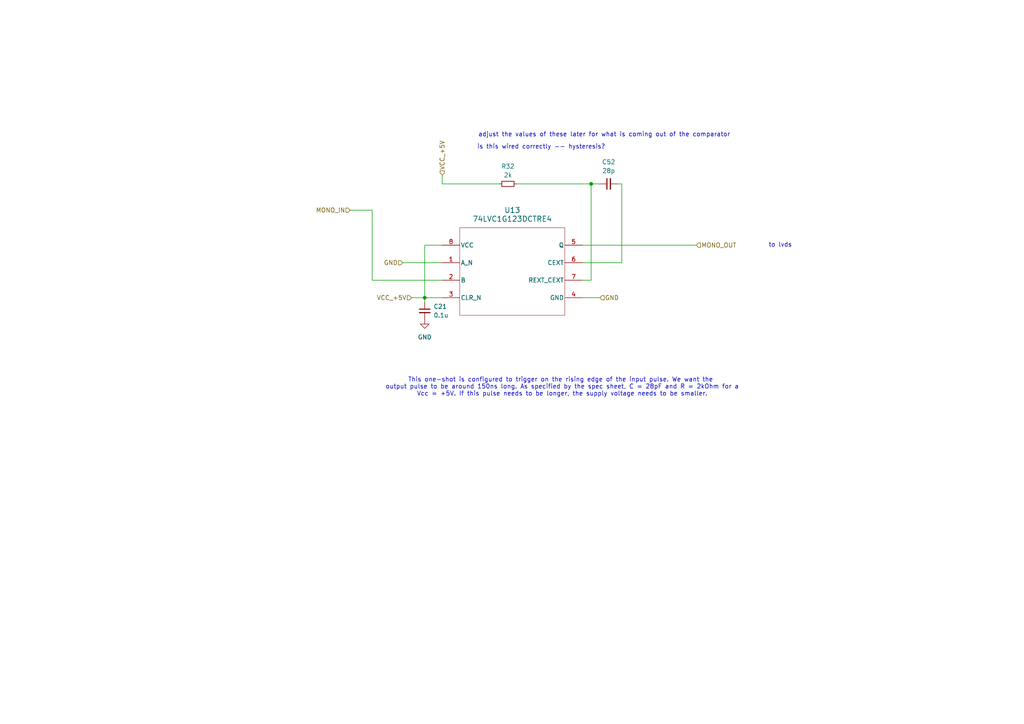
<source format=kicad_sch>
(kicad_sch (version 20250114) (generator "eeschema") (generator_version "9.0")
  (paper "A4")
  (lib_symbols
    (symbol "2025-07-22_22-04-26:74LVC1G123DCTRE4" (pin_names (offset 0.254))
      (property "Reference" "U" (at 0 2.54 0))
      (property "Value" "74LVC1G123DCTRE4" (at 0 0 0))
      (symbol "74LVC1G123DCTRE4_0_1"
        (polyline (pts (xy -15.24 12.7) (xy -15.24 -12.7)) (stroke (width 0.1016)))
        (polyline (pts (xy -15.24 -12.7) (xy 15.24 -12.7)) (stroke (width 0.1016)))
        (polyline (pts (xy 15.24 12.7) (xy -15.24 12.7)) (stroke (width 0.1016)))
        (polyline (pts (xy 15.24 -12.7) (xy 15.24 12.7)) (stroke (width 0.1016)))
        (pin power_in line (at -20.32 7.62 0) (length 5.08) (name "VCC") (number "8"))
        (pin input line (at -20.32 2.54 0) (length 5.08) (name "A_N") (number "1"))
        (pin input line (at -20.32 -2.54 0) (length 5.08) (name "B") (number "2"))
        (pin input line (at -20.32 -7.62 0) (length 5.08) (name "CLR_N") (number "3"))
        (pin output line (at 20.32 7.62 180) (length 5.08) (name "Q") (number "5"))
        (pin unspecified line (at 20.32 2.54 180) (length 5.08) (name "CEXT") (number "6"))
        (pin unspecified line (at 20.32 -2.54 180) (length 5.08) (name "REXT_CEXT") (number "7"))
        (pin power_in line (at 20.32 -7.62 180) (length 5.08) (name "GND") (number "4"))
      )
    )
    (symbol "Device:C_Small" (pin_numbers (hide yes)) (pin_names (offset 0.254) (hide yes))
      (property "Reference" "C" (at 0.254 1.778 0))
      (property "Value" "C_Small" (at 0.254 -2.032 0))
      (symbol "C_Small_0_1"
        (polyline (pts (xy -1.524 0.508) (xy 1.524 0.508)) (stroke (width 0.3048)))
        (polyline (pts (xy -1.524 -0.508) (xy 1.524 -0.508)) (stroke (width 0.3302)))
      )
      (symbol "C_Small_1_1"
        (pin passive line (at 0 2.54 270) (length 2.032) (name "~") (number "1"))
        (pin passive line (at 0 -2.54 90) (length 2.032) (name "~") (number "2"))
      )
    )
    (symbol "Device:R_Small" (pin_numbers (hide yes)) (pin_names (offset 0.254) (hide yes))
      (property "Reference" "R" (at 0.762 0.508 0))
      (property "Value" "R_Small" (at 0.762 -1.016 0))
      (symbol "R_Small_0_1"
        (rectangle (start -0.762 1.778) (end 0.762 -1.778) (stroke (width 0.2032)))
      )
      (symbol "R_Small_1_1"
        (pin passive line (at 0 2.54 270) (length 0.762) (name "~") (number "1"))
        (pin passive line (at 0 -2.54 90) (length 0.762) (name "~") (number "2"))
      )
    )
    (symbol "power:GND" (power) (pin_numbers (hide yes)) (pin_names (offset 0) (hide yes))
      (property "Value" "GND" (at 0 -3.81 0))
      (symbol "GND_0_1"
        (polyline (pts (xy 0 0) (xy 0 -1.27) (xy 1.27 -1.27) (xy 0 -2.54) (xy -1.27 -1.27) (xy 0 -1.27)))
      )
      (symbol "GND_1_1"
        (pin power_in line (at 0 0 270) (length 0) (name "~") (number "1"))
      )
    )
  )
  (text "adjust the values of these later for what is coming out of the comparator" (at 175.26 39.116 0) (effects (font (size 1.27 1.27))))
  (text "This one-shot is configured to trigger on the rising edge of the input pulse. We want the \noutput pulse to be around 150ns long. As specified by the spec sheet, C = 28pF and R = 2kOhm for a\n Vcc = +5V. If this pulse needs to be longer, the supply voltage needs to be smaller. " (at 163.068 112.268 0) (effects (font (size 1.27 1.27))))
  (text "is this wired correctly -- hysteresis?\n" (at 156.972 42.672 0) (effects (font (size 1.27 1.27))))
  (text "to lvds" (at 226.314 71.12 0) (effects (font (size 1.27 1.27))))
  (junction (at 123.19 86.36))
  (junction (at 171.45 53.34))
  (wire (pts (xy 149.86 53.34) (xy 171.45 53.34)))
  (wire (pts (xy 168.91 76.2) (xy 180.34 76.2)))
  (wire (pts (xy 107.95 60.96) (xy 107.95 81.28)))
  (wire (pts (xy 101.6 60.96) (xy 107.95 60.96)))
  (wire (pts (xy 123.19 71.12) (xy 123.19 86.36)))
  (wire (pts (xy 128.27 71.12) (xy 123.19 71.12)))
  (wire (pts (xy 128.27 53.34) (xy 144.78 53.34)))
  (wire (pts (xy 168.91 86.36) (xy 173.99 86.36)))
  (wire (pts (xy 168.91 81.28) (xy 171.45 81.28)))
  (wire (pts (xy 171.45 81.28) (xy 171.45 53.34)))
  (wire (pts (xy 168.91 71.12) (xy 201.93 71.12)))
  (wire (pts (xy 123.19 86.36) (xy 128.27 86.36)))
  (wire (pts (xy 180.34 76.2) (xy 180.34 53.34)))
  (wire (pts (xy 179.07 53.34) (xy 180.34 53.34)))
  (wire (pts (xy 128.27 50.8) (xy 128.27 53.34)))
  (wire (pts (xy 171.45 53.34) (xy 173.99 53.34)))
  (wire (pts (xy 123.19 87.63) (xy 123.19 86.36)))
  (wire (pts (xy 107.95 81.28) (xy 128.27 81.28)))
  (wire (pts (xy 119.38 86.36) (xy 123.19 86.36)))
  (wire (pts (xy 116.84 76.2) (xy 128.27 76.2)))
  (hierarchical_label "MONO_IN" (shape input) (at 101.6 60.96 180))
  (hierarchical_label "GND" (shape input) (at 173.99 86.36 0))
  (hierarchical_label "VCC_+5V" (shape input) (at 119.38 86.36 180))
  (hierarchical_label "MONO_OUT" (shape input) (at 201.93 71.12 0))
  (hierarchical_label "GND" (shape input) (at 116.84 76.2 180))
  (hierarchical_label "VCC_+5V" (shape input) (at 128.27 50.8 90))
  (symbol (lib_id "Device:C_Small") (at 176.53 53.34 90) (unit 1)
    (property "Reference" "C52" (at 176.5363 46.99 90))
    (property "Value" "28p" (at 176.5363 49.53 90))
    (property "Footprint" "Capacitor_SMD:C_0805_2012Metric" (effects (hide yes)))
    (property "Description" "Unpolarized capacitor, small symbol" (effects (hide yes)))
    (instances (project "" (path "" (reference "C52") (unit 1)) (path "" (reference "C54") (unit 1))))
  )
  (symbol (lib_id "2025-07-22_22-04-26:74LVC1G123DCTRE4") (at 148.59 78.74 0) (unit 1)
    (property "Reference" "U13" (at 148.59 60.96 0) (effects (font (size 1.524 1.524))))
    (property "Value" "74LVC1G123DCTRE4" (at 148.59 63.5 0) (effects (font (size 1.524 1.524))))
    (property "Footprint" "oneshot:DCT0008A_L" (effects (hide yes)))
    (property "Datasheet" "https://www.ti.com/lit/gpn/sn74lvc1g123" (effects (hide yes)))
    (instances (project "" (path "" (reference "U13") (unit 1)) (path "" (reference "U15") (unit 1))))
  )
  (symbol (lib_id "Device:C_Small") (at 123.19 90.17 0) (unit 1)
    (property "Reference" "C21" (at 125.73 88.9062 0) (effects (justify left)))
    (property "Value" "0.1u" (at 125.73 91.4462 0) (effects (justify left)))
    (property "Footprint" "Capacitor_SMD:C_0603_1608Metric" (effects (hide yes)))
    (property "Description" "Unpolarized capacitor, small symbol" (effects (hide yes)))
    (instances (project "bellamu" (path "" (reference "C21") (unit 1)) (path "" (reference "C53") (unit 1))))
  )
  (symbol (lib_id "Device:R_Small") (at 147.32 53.34 90) (unit 1)
    (property "Reference" "R32" (at 147.32 48.26 90))
    (property "Value" "2k" (at 147.32 50.8 90))
    (property "Footprint" "Resistor_SMD:R_0805_2012Metric" (effects (hide yes)))
    (property "Description" "Resistor, small symbol" (effects (hide yes)))
    (instances (project "" (path "" (reference "R32") (unit 1)) (path "" (reference "R33") (unit 1))))
  )
  (symbol (lib_id "power:GND") (at 123.19 92.71 0) (unit 1)
    (property "Reference" "#PWR018" (effects (hide yes)))
    (property "Value" "GND" (at 123.19 97.79 0))
    (property "Description" "Power symbol creates a global label with name \"GND\" , ground" (effects (hide yes)))
    (instances (project "bellamu" (path "" (reference "#PWR018") (unit 1)) (path "" (reference "#PWR086") (unit 1))))
  )
)
</source>
